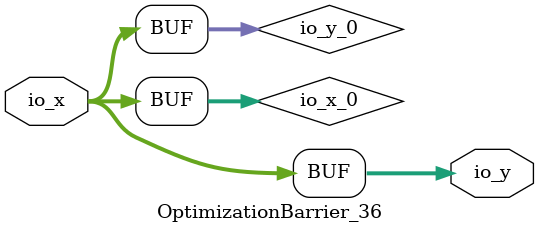
<source format=sv>
`ifndef RANDOMIZE
  `ifdef RANDOMIZE_MEM_INIT
    `define RANDOMIZE
  `endif // RANDOMIZE_MEM_INIT
`endif // not def RANDOMIZE
`ifndef RANDOMIZE
  `ifdef RANDOMIZE_REG_INIT
    `define RANDOMIZE
  `endif // RANDOMIZE_REG_INIT
`endif // not def RANDOMIZE

`ifndef RANDOM
  `define RANDOM $random
`endif // not def RANDOM

// Users can define INIT_RANDOM as general code that gets injected into the
// initializer block for modules with registers.
`ifndef INIT_RANDOM
  `define INIT_RANDOM
`endif // not def INIT_RANDOM

// If using random initialization, you can also define RANDOMIZE_DELAY to
// customize the delay used, otherwise 0.002 is used.
`ifndef RANDOMIZE_DELAY
  `define RANDOMIZE_DELAY 0.002
`endif // not def RANDOMIZE_DELAY

// Define INIT_RANDOM_PROLOG_ for use in our modules below.
`ifndef INIT_RANDOM_PROLOG_
  `ifdef RANDOMIZE
    `ifdef VERILATOR
      `define INIT_RANDOM_PROLOG_ `INIT_RANDOM
    `else  // VERILATOR
      `define INIT_RANDOM_PROLOG_ `INIT_RANDOM #`RANDOMIZE_DELAY begin end
    `endif // VERILATOR
  `else  // RANDOMIZE
    `define INIT_RANDOM_PROLOG_
  `endif // RANDOMIZE
`endif // not def INIT_RANDOM_PROLOG_

// Include register initializers in init blocks unless synthesis is set
`ifndef SYNTHESIS
  `ifndef ENABLE_INITIAL_REG_
    `define ENABLE_INITIAL_REG_
  `endif // not def ENABLE_INITIAL_REG_
`endif // not def SYNTHESIS

// Include rmemory initializers in init blocks unless synthesis is set
`ifndef SYNTHESIS
  `ifndef ENABLE_INITIAL_MEM_
    `define ENABLE_INITIAL_MEM_
  `endif // not def ENABLE_INITIAL_MEM_
`endif // not def SYNTHESIS

// Standard header to adapt well known macros for prints and assertions.

// Users can define 'PRINTF_COND' to add an extra gate to prints.
`ifndef PRINTF_COND_
  `ifdef PRINTF_COND
    `define PRINTF_COND_ (`PRINTF_COND)
  `else  // PRINTF_COND
    `define PRINTF_COND_ 1
  `endif // PRINTF_COND
`endif // not def PRINTF_COND_

// Users can define 'ASSERT_VERBOSE_COND' to add an extra gate to assert error printing.
`ifndef ASSERT_VERBOSE_COND_
  `ifdef ASSERT_VERBOSE_COND
    `define ASSERT_VERBOSE_COND_ (`ASSERT_VERBOSE_COND)
  `else  // ASSERT_VERBOSE_COND
    `define ASSERT_VERBOSE_COND_ 1
  `endif // ASSERT_VERBOSE_COND
`endif // not def ASSERT_VERBOSE_COND_

// Users can define 'STOP_COND' to add an extra gate to stop conditions.
`ifndef STOP_COND_
  `ifdef STOP_COND
    `define STOP_COND_ (`STOP_COND)
  `else  // STOP_COND
    `define STOP_COND_ 1
  `endif // STOP_COND
`endif // not def STOP_COND_

module OptimizationBarrier_36(
  input  [2:0] io_x,	// src/main/scala/util/package.scala:260:18
  output [2:0] io_y	// src/main/scala/util/package.scala:260:18
);

  wire [2:0] io_x_0 = io_x;
  wire [2:0] io_y_0 = io_x_0;
  assign io_y = io_y_0;
endmodule


</source>
